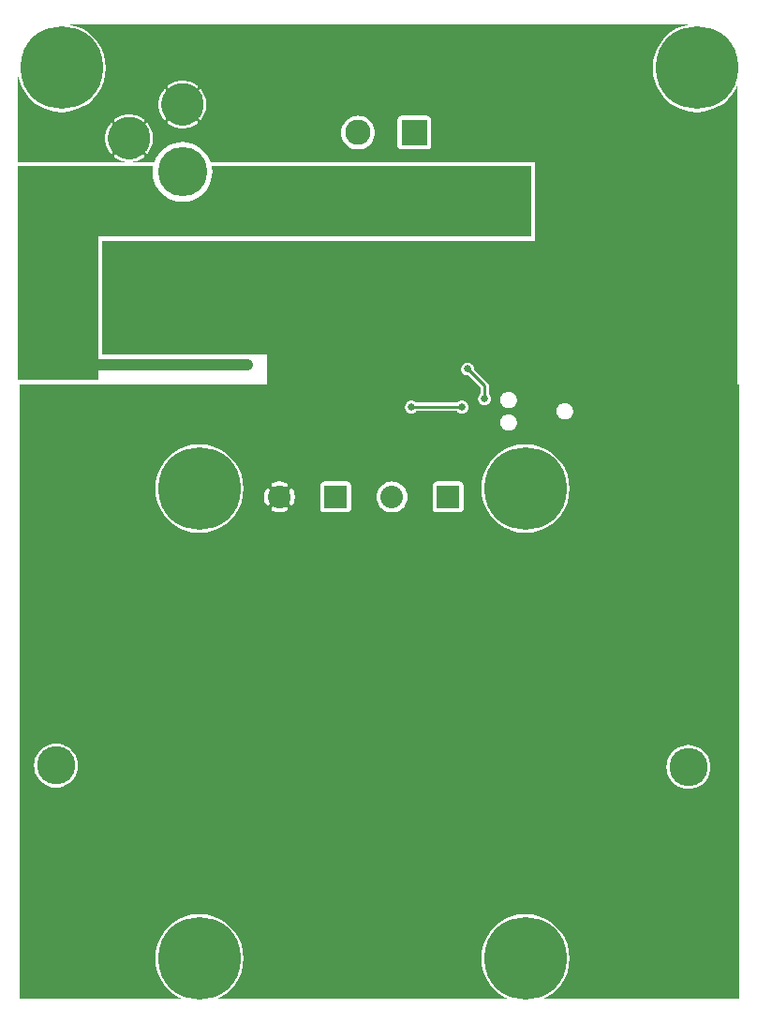
<source format=gbr>
G04 start of page 3 for group 1 idx 1 *
G04 Title: (unknown), bottom *
G04 Creator: pcb 4.0.2 *
G04 CreationDate: Mon Nov 22 04:13:10 2021 UTC *
G04 For: ndholmes *
G04 Format: Gerber/RS-274X *
G04 PCB-Dimensions (mil): 2600.00 3500.00 *
G04 PCB-Coordinate-Origin: lower left *
%MOIN*%
%FSLAX25Y25*%
%LNBOTTOM*%
%ADD50C,0.0420*%
%ADD49C,0.0550*%
%ADD48C,0.0390*%
%ADD47C,0.1285*%
%ADD46C,0.1100*%
%ADD45C,0.1250*%
%ADD44C,0.0960*%
%ADD43C,0.0120*%
%ADD42C,0.0260*%
%ADD41C,0.0800*%
%ADD40C,0.0900*%
%ADD39C,0.2937*%
%ADD38C,0.1500*%
%ADD37C,0.1750*%
%ADD36C,0.1360*%
%ADD35C,0.0100*%
%ADD34C,0.0400*%
%ADD33C,0.0001*%
G54D33*G36*
X239988Y220500D02*X258000D01*
Y2000D01*
X239988D01*
Y76677D01*
X240000Y76676D01*
X241224Y76772D01*
X242418Y77059D01*
X243552Y77529D01*
X244599Y78170D01*
X245532Y78968D01*
X246330Y79901D01*
X246971Y80948D01*
X247441Y82082D01*
X247728Y83276D01*
X247800Y84500D01*
X247728Y85724D01*
X247441Y86918D01*
X246971Y88052D01*
X246330Y89099D01*
X245532Y90032D01*
X244599Y90830D01*
X243552Y91471D01*
X242418Y91941D01*
X241224Y92228D01*
X240000Y92324D01*
X239988Y92323D01*
Y220500D01*
G37*
G36*
X195995D02*X239988D01*
Y92323D01*
X238776Y92228D01*
X237582Y91941D01*
X236448Y91471D01*
X235401Y90830D01*
X234468Y90032D01*
X233670Y89099D01*
X233029Y88052D01*
X232559Y86918D01*
X232272Y85724D01*
X232176Y84500D01*
X232272Y83276D01*
X232559Y82082D01*
X233029Y80948D01*
X233670Y79901D01*
X234468Y78968D01*
X235401Y78170D01*
X236448Y77529D01*
X237582Y77059D01*
X238776Y76772D01*
X239988Y76677D01*
Y2000D01*
X195995D01*
Y9321D01*
X196018Y9358D01*
X196962Y11638D01*
X197539Y14039D01*
X197684Y16500D01*
X197539Y18961D01*
X196962Y21362D01*
X196018Y23642D01*
X195995Y23679D01*
Y176321D01*
X196018Y176358D01*
X196962Y178638D01*
X197539Y181039D01*
X197684Y183500D01*
X197539Y185961D01*
X196962Y188362D01*
X196018Y190642D01*
X195995Y190679D01*
Y208041D01*
X196000Y208041D01*
X196463Y208077D01*
X196914Y208186D01*
X197343Y208363D01*
X197739Y208606D01*
X198092Y208908D01*
X198394Y209261D01*
X198637Y209657D01*
X198814Y210086D01*
X198923Y210537D01*
X198950Y211000D01*
X198923Y211463D01*
X198814Y211914D01*
X198637Y212343D01*
X198394Y212739D01*
X198092Y213092D01*
X197739Y213394D01*
X197343Y213637D01*
X196914Y213814D01*
X196463Y213923D01*
X196000Y213959D01*
X195995Y213959D01*
Y220500D01*
G37*
G36*
Y2000D02*X187978D01*
X189142Y2482D01*
X191247Y3772D01*
X193124Y5376D01*
X194728Y7253D01*
X195995Y9321D01*
Y2000D01*
G37*
G36*
X175995Y2011D02*X176022Y2000D01*
X175995D01*
Y2011D01*
G37*
G36*
Y169011D02*X177138Y168538D01*
X179539Y167961D01*
X182000Y167768D01*
X184461Y167961D01*
X186862Y168538D01*
X189142Y169482D01*
X191247Y170772D01*
X193124Y172376D01*
X194728Y174253D01*
X195995Y176321D01*
Y23679D01*
X194728Y25747D01*
X193124Y27624D01*
X191247Y29228D01*
X189142Y30518D01*
X186862Y31462D01*
X184461Y32039D01*
X182000Y32232D01*
X179539Y32039D01*
X177138Y31462D01*
X175995Y30989D01*
Y169011D01*
G37*
G36*
Y220500D02*X195995D01*
Y213959D01*
X195537Y213923D01*
X195086Y213814D01*
X194657Y213637D01*
X194261Y213394D01*
X193908Y213092D01*
X193606Y212739D01*
X193363Y212343D01*
X193186Y211914D01*
X193077Y211463D01*
X193041Y211000D01*
X193077Y210537D01*
X193186Y210086D01*
X193363Y209657D01*
X193606Y209261D01*
X193908Y208908D01*
X194261Y208606D01*
X194657Y208363D01*
X195086Y208186D01*
X195537Y208077D01*
X195995Y208041D01*
Y190679D01*
X194728Y192747D01*
X193124Y194624D01*
X191247Y196228D01*
X189142Y197518D01*
X186862Y198462D01*
X184461Y199039D01*
X182000Y199232D01*
X179539Y199039D01*
X177138Y198462D01*
X175995Y197989D01*
Y204041D01*
X176000Y204041D01*
X176463Y204077D01*
X176914Y204186D01*
X177343Y204363D01*
X177739Y204606D01*
X178092Y204908D01*
X178394Y205261D01*
X178637Y205657D01*
X178814Y206086D01*
X178923Y206537D01*
X178950Y207000D01*
X178923Y207463D01*
X178814Y207914D01*
X178637Y208343D01*
X178394Y208739D01*
X178092Y209092D01*
X177739Y209394D01*
X177343Y209637D01*
X176914Y209814D01*
X176463Y209923D01*
X176000Y209959D01*
X175995Y209959D01*
Y212041D01*
X176000Y212041D01*
X176463Y212077D01*
X176914Y212186D01*
X177343Y212363D01*
X177739Y212606D01*
X178092Y212908D01*
X178394Y213261D01*
X178637Y213657D01*
X178814Y214086D01*
X178923Y214537D01*
X178950Y215000D01*
X178923Y215463D01*
X178814Y215914D01*
X178637Y216343D01*
X178394Y216739D01*
X178092Y217092D01*
X177739Y217394D01*
X177343Y217637D01*
X176914Y217814D01*
X176463Y217923D01*
X176000Y217959D01*
X175995Y217959D01*
Y220500D01*
G37*
G36*
X150496D02*X164879D01*
X166000Y219379D01*
Y217244D01*
X165869Y217131D01*
X165634Y216856D01*
X165444Y216547D01*
X165306Y216213D01*
X165221Y215861D01*
X165193Y215500D01*
X165221Y215139D01*
X165306Y214787D01*
X165444Y214453D01*
X165634Y214144D01*
X165869Y213869D01*
X166144Y213634D01*
X166453Y213444D01*
X166787Y213306D01*
X167139Y213221D01*
X167500Y213193D01*
X167861Y213221D01*
X168213Y213306D01*
X168547Y213444D01*
X168856Y213634D01*
X169131Y213869D01*
X169366Y214144D01*
X169556Y214453D01*
X169694Y214787D01*
X169779Y215139D01*
X169800Y215500D01*
X169779Y215861D01*
X169694Y216213D01*
X169556Y216547D01*
X169366Y216856D01*
X169131Y217131D01*
X169000Y217244D01*
Y219941D01*
X169005Y220000D01*
X168986Y220235D01*
X168931Y220465D01*
X168916Y220500D01*
X175995D01*
Y217959D01*
X175537Y217923D01*
X175086Y217814D01*
X174657Y217637D01*
X174261Y217394D01*
X173908Y217092D01*
X173606Y216739D01*
X173363Y216343D01*
X173186Y215914D01*
X173077Y215463D01*
X173041Y215000D01*
X173077Y214537D01*
X173186Y214086D01*
X173363Y213657D01*
X173606Y213261D01*
X173908Y212908D01*
X174261Y212606D01*
X174657Y212363D01*
X175086Y212186D01*
X175537Y212077D01*
X175995Y212041D01*
Y209959D01*
X175537Y209923D01*
X175086Y209814D01*
X174657Y209637D01*
X174261Y209394D01*
X173908Y209092D01*
X173606Y208739D01*
X173363Y208343D01*
X173186Y207914D01*
X173077Y207463D01*
X173041Y207000D01*
X173077Y206537D01*
X173186Y206086D01*
X173363Y205657D01*
X173606Y205261D01*
X173908Y204908D01*
X174261Y204606D01*
X174657Y204363D01*
X175086Y204186D01*
X175537Y204077D01*
X175995Y204041D01*
Y197989D01*
X174858Y197518D01*
X172753Y196228D01*
X170876Y194624D01*
X169272Y192747D01*
X167982Y190642D01*
X167038Y188362D01*
X166461Y185961D01*
X166268Y183500D01*
X166461Y181039D01*
X167038Y178638D01*
X167982Y176358D01*
X169272Y174253D01*
X170876Y172376D01*
X172753Y170772D01*
X174858Y169482D01*
X175995Y169011D01*
Y30989D01*
X174858Y30518D01*
X172753Y29228D01*
X170876Y27624D01*
X169272Y25747D01*
X167982Y23642D01*
X167038Y21362D01*
X166461Y18961D01*
X166268Y16500D01*
X166461Y14039D01*
X167038Y11638D01*
X167982Y9358D01*
X169272Y7253D01*
X170876Y5376D01*
X172753Y3772D01*
X174858Y2482D01*
X175995Y2011D01*
Y2000D01*
X150496D01*
Y175000D01*
X150500Y175000D01*
X158735Y175014D01*
X158965Y175069D01*
X159183Y175159D01*
X159384Y175283D01*
X159564Y175436D01*
X159717Y175616D01*
X159841Y175817D01*
X159931Y176035D01*
X159986Y176265D01*
X160000Y176500D01*
X159986Y184735D01*
X159931Y184965D01*
X159841Y185183D01*
X159717Y185384D01*
X159564Y185564D01*
X159384Y185717D01*
X159183Y185841D01*
X158965Y185931D01*
X158735Y185986D01*
X158500Y186000D01*
X150496Y185986D01*
Y211000D01*
X157756D01*
X157869Y210869D01*
X158144Y210634D01*
X158453Y210444D01*
X158787Y210306D01*
X159139Y210221D01*
X159500Y210193D01*
X159861Y210221D01*
X160213Y210306D01*
X160547Y210444D01*
X160856Y210634D01*
X161131Y210869D01*
X161366Y211144D01*
X161556Y211453D01*
X161694Y211787D01*
X161779Y212139D01*
X161800Y212500D01*
X161779Y212861D01*
X161694Y213213D01*
X161556Y213547D01*
X161366Y213856D01*
X161131Y214131D01*
X160856Y214366D01*
X160547Y214556D01*
X160213Y214694D01*
X159861Y214779D01*
X159500Y214807D01*
X159139Y214779D01*
X158787Y214694D01*
X158453Y214556D01*
X158144Y214366D01*
X157869Y214131D01*
X157756Y214000D01*
X150496D01*
Y220500D01*
G37*
G36*
X134492D02*X150496D01*
Y214000D01*
X143244D01*
X143131Y214131D01*
X142856Y214366D01*
X142547Y214556D01*
X142213Y214694D01*
X141861Y214779D01*
X141500Y214807D01*
X141139Y214779D01*
X140787Y214694D01*
X140453Y214556D01*
X140144Y214366D01*
X139869Y214131D01*
X139634Y213856D01*
X139444Y213547D01*
X139306Y213213D01*
X139221Y212861D01*
X139193Y212500D01*
X139221Y212139D01*
X139306Y211787D01*
X139444Y211453D01*
X139634Y211144D01*
X139869Y210869D01*
X140144Y210634D01*
X140453Y210444D01*
X140787Y210306D01*
X141139Y210221D01*
X141500Y210193D01*
X141861Y210221D01*
X142213Y210306D01*
X142547Y210444D01*
X142856Y210634D01*
X143131Y210869D01*
X143244Y211000D01*
X150496D01*
Y185986D01*
X150265Y185986D01*
X150035Y185931D01*
X149817Y185841D01*
X149616Y185717D01*
X149436Y185564D01*
X149283Y185384D01*
X149159Y185183D01*
X149069Y184965D01*
X149014Y184735D01*
X149000Y184500D01*
X149014Y176265D01*
X149069Y176035D01*
X149159Y175817D01*
X149283Y175616D01*
X149436Y175436D01*
X149616Y175283D01*
X149817Y175159D01*
X150035Y175069D01*
X150265Y175014D01*
X150496Y175000D01*
Y2000D01*
X134492D01*
Y174984D01*
X134500Y174983D01*
X135363Y175051D01*
X136205Y175253D01*
X137005Y175584D01*
X137743Y176037D01*
X138401Y176599D01*
X138963Y177257D01*
X139416Y177995D01*
X139747Y178795D01*
X139949Y179637D01*
X140000Y180500D01*
X139949Y181363D01*
X139747Y182205D01*
X139416Y183005D01*
X138963Y183743D01*
X138401Y184401D01*
X137743Y184963D01*
X137005Y185416D01*
X136205Y185747D01*
X135363Y185949D01*
X134500Y186017D01*
X134492Y186016D01*
Y220500D01*
G37*
G36*
X114500D02*X134492D01*
Y186016D01*
X133637Y185949D01*
X132795Y185747D01*
X131995Y185416D01*
X131257Y184963D01*
X130599Y184401D01*
X130037Y183743D01*
X129584Y183005D01*
X129253Y182205D01*
X129051Y181363D01*
X128983Y180500D01*
X129051Y179637D01*
X129253Y178795D01*
X129584Y177995D01*
X130037Y177257D01*
X130599Y176599D01*
X131257Y176037D01*
X131995Y175584D01*
X132795Y175253D01*
X133637Y175051D01*
X134492Y174984D01*
Y2000D01*
X114500D01*
Y175007D01*
X118735Y175014D01*
X118965Y175069D01*
X119183Y175159D01*
X119384Y175283D01*
X119564Y175436D01*
X119717Y175616D01*
X119841Y175817D01*
X119931Y176035D01*
X119986Y176265D01*
X120000Y176500D01*
X119986Y184735D01*
X119931Y184965D01*
X119841Y185183D01*
X119717Y185384D01*
X119564Y185564D01*
X119384Y185717D01*
X119183Y185841D01*
X118965Y185931D01*
X118735Y185986D01*
X118500Y186000D01*
X114500Y185993D01*
Y220500D01*
G37*
G36*
X98993D02*X114500D01*
Y185993D01*
X110265Y185986D01*
X110035Y185931D01*
X109817Y185841D01*
X109616Y185717D01*
X109436Y185564D01*
X109283Y185384D01*
X109159Y185183D01*
X109069Y184965D01*
X109014Y184735D01*
X109000Y184500D01*
X109014Y176265D01*
X109069Y176035D01*
X109159Y175817D01*
X109283Y175616D01*
X109436Y175436D01*
X109616Y175283D01*
X109817Y175159D01*
X110035Y175069D01*
X110265Y175014D01*
X110500Y175000D01*
X114500Y175007D01*
Y2000D01*
X98993D01*
Y177645D01*
X99078Y177681D01*
X99179Y177743D01*
X99269Y177819D01*
X99345Y177909D01*
X99405Y178011D01*
X99622Y178480D01*
X99789Y178969D01*
X99909Y179472D01*
X99982Y179984D01*
X100006Y180500D01*
X99982Y181016D01*
X99909Y181528D01*
X99789Y182031D01*
X99622Y182520D01*
X99410Y182992D01*
X99349Y183093D01*
X99272Y183184D01*
X99182Y183261D01*
X99080Y183323D01*
X98993Y183360D01*
Y220500D01*
G37*
G36*
X94502D02*X98993D01*
Y183360D01*
X98971Y183369D01*
X98855Y183397D01*
X98737Y183406D01*
X98619Y183397D01*
X98503Y183370D01*
X98393Y183324D01*
X98292Y183262D01*
X98202Y183186D01*
X98124Y183095D01*
X98062Y182994D01*
X98016Y182885D01*
X97989Y182769D01*
X97979Y182651D01*
X97988Y182532D01*
X98016Y182417D01*
X98063Y182308D01*
X98221Y181968D01*
X98342Y181612D01*
X98430Y181247D01*
X98482Y180875D01*
X98500Y180500D01*
X98482Y180125D01*
X98430Y179753D01*
X98342Y179388D01*
X98221Y179032D01*
X98067Y178690D01*
X98020Y178582D01*
X97993Y178467D01*
X97983Y178349D01*
X97993Y178232D01*
X98021Y178117D01*
X98066Y178008D01*
X98128Y177907D01*
X98205Y177818D01*
X98295Y177741D01*
X98395Y177680D01*
X98504Y177635D01*
X98619Y177607D01*
X98737Y177598D01*
X98855Y177608D01*
X98969Y177635D01*
X98993Y177645D01*
Y2000D01*
X94502D01*
Y174994D01*
X95016Y175018D01*
X95528Y175091D01*
X96031Y175211D01*
X96520Y175378D01*
X96992Y175590D01*
X97093Y175651D01*
X97184Y175728D01*
X97261Y175818D01*
X97323Y175920D01*
X97369Y176029D01*
X97397Y176145D01*
X97406Y176263D01*
X97397Y176381D01*
X97370Y176497D01*
X97324Y176607D01*
X97262Y176708D01*
X97186Y176798D01*
X97095Y176876D01*
X96994Y176938D01*
X96885Y176984D01*
X96769Y177011D01*
X96651Y177021D01*
X96532Y177012D01*
X96417Y176984D01*
X96308Y176937D01*
X95968Y176779D01*
X95612Y176658D01*
X95247Y176570D01*
X94875Y176518D01*
X94502Y176500D01*
Y184500D01*
X94875Y184482D01*
X95247Y184430D01*
X95612Y184342D01*
X95968Y184221D01*
X96310Y184067D01*
X96418Y184020D01*
X96533Y183993D01*
X96651Y183983D01*
X96768Y183993D01*
X96883Y184021D01*
X96992Y184066D01*
X97093Y184128D01*
X97182Y184205D01*
X97259Y184295D01*
X97320Y184395D01*
X97365Y184504D01*
X97393Y184619D01*
X97402Y184737D01*
X97392Y184855D01*
X97365Y184969D01*
X97319Y185078D01*
X97257Y185179D01*
X97181Y185269D01*
X97091Y185345D01*
X96989Y185405D01*
X96520Y185622D01*
X96031Y185789D01*
X95528Y185909D01*
X95016Y185982D01*
X94502Y186006D01*
Y220500D01*
G37*
G36*
X90007D02*X94502D01*
Y186006D01*
X94500Y186006D01*
X93984Y185982D01*
X93472Y185909D01*
X92969Y185789D01*
X92480Y185622D01*
X92008Y185410D01*
X91907Y185349D01*
X91816Y185272D01*
X91739Y185182D01*
X91677Y185080D01*
X91631Y184971D01*
X91603Y184855D01*
X91594Y184737D01*
X91603Y184619D01*
X91630Y184503D01*
X91676Y184393D01*
X91738Y184292D01*
X91814Y184202D01*
X91905Y184124D01*
X92006Y184062D01*
X92115Y184016D01*
X92231Y183989D01*
X92349Y183979D01*
X92468Y183988D01*
X92583Y184016D01*
X92692Y184063D01*
X93032Y184221D01*
X93388Y184342D01*
X93753Y184430D01*
X94125Y184482D01*
X94500Y184500D01*
X94502Y184500D01*
Y176500D01*
X94500Y176500D01*
X94125Y176518D01*
X93753Y176570D01*
X93388Y176658D01*
X93032Y176779D01*
X92690Y176933D01*
X92582Y176980D01*
X92467Y177007D01*
X92349Y177017D01*
X92232Y177007D01*
X92117Y176979D01*
X92008Y176934D01*
X91907Y176872D01*
X91818Y176795D01*
X91741Y176705D01*
X91680Y176605D01*
X91635Y176496D01*
X91607Y176381D01*
X91598Y176263D01*
X91608Y176145D01*
X91635Y176031D01*
X91681Y175922D01*
X91743Y175821D01*
X91819Y175731D01*
X91909Y175655D01*
X92011Y175595D01*
X92480Y175378D01*
X92969Y175211D01*
X93472Y175091D01*
X93984Y175018D01*
X94500Y174994D01*
X94502Y174994D01*
Y2000D01*
X90007D01*
Y177640D01*
X90029Y177631D01*
X90145Y177603D01*
X90263Y177594D01*
X90381Y177603D01*
X90497Y177630D01*
X90607Y177676D01*
X90708Y177738D01*
X90798Y177814D01*
X90876Y177905D01*
X90938Y178006D01*
X90984Y178115D01*
X91011Y178231D01*
X91021Y178349D01*
X91012Y178468D01*
X90984Y178583D01*
X90937Y178692D01*
X90779Y179032D01*
X90658Y179388D01*
X90570Y179753D01*
X90518Y180125D01*
X90500Y180500D01*
X90518Y180875D01*
X90570Y181247D01*
X90658Y181612D01*
X90779Y181968D01*
X90933Y182310D01*
X90980Y182418D01*
X91007Y182533D01*
X91017Y182651D01*
X91007Y182768D01*
X90979Y182883D01*
X90934Y182992D01*
X90872Y183093D01*
X90795Y183182D01*
X90705Y183259D01*
X90605Y183320D01*
X90496Y183365D01*
X90381Y183393D01*
X90263Y183402D01*
X90145Y183392D01*
X90031Y183365D01*
X90007Y183355D01*
Y220500D01*
G37*
G36*
X65976D02*X90007D01*
Y183355D01*
X89922Y183319D01*
X89821Y183257D01*
X89731Y183181D01*
X89655Y183091D01*
X89595Y182989D01*
X89378Y182520D01*
X89211Y182031D01*
X89091Y181528D01*
X89018Y181016D01*
X88994Y180500D01*
X89018Y179984D01*
X89091Y179472D01*
X89211Y178969D01*
X89378Y178480D01*
X89590Y178008D01*
X89651Y177907D01*
X89728Y177816D01*
X89818Y177739D01*
X89920Y177677D01*
X90007Y177640D01*
Y2000D01*
X71978D01*
X73142Y2482D01*
X75247Y3772D01*
X77124Y5376D01*
X78728Y7253D01*
X80018Y9358D01*
X80962Y11638D01*
X81539Y14039D01*
X81684Y16500D01*
X81539Y18961D01*
X80962Y21362D01*
X80018Y23642D01*
X78728Y25747D01*
X77124Y27624D01*
X75247Y29228D01*
X73142Y30518D01*
X70862Y31462D01*
X68461Y32039D01*
X66000Y32232D01*
X65976Y32230D01*
Y167770D01*
X66000Y167768D01*
X68461Y167961D01*
X70862Y168538D01*
X73142Y169482D01*
X75247Y170772D01*
X77124Y172376D01*
X78728Y174253D01*
X80018Y176358D01*
X80962Y178638D01*
X81539Y181039D01*
X81684Y183500D01*
X81539Y185961D01*
X80962Y188362D01*
X80018Y190642D01*
X78728Y192747D01*
X77124Y194624D01*
X75247Y196228D01*
X73142Y197518D01*
X70862Y198462D01*
X68461Y199039D01*
X66000Y199232D01*
X65976Y199230D01*
Y220500D01*
G37*
G36*
X14988D02*X65976D01*
Y199230D01*
X63539Y199039D01*
X61138Y198462D01*
X58858Y197518D01*
X56753Y196228D01*
X54876Y194624D01*
X53272Y192747D01*
X51982Y190642D01*
X51038Y188362D01*
X50461Y185961D01*
X50268Y183500D01*
X50461Y181039D01*
X51038Y178638D01*
X51982Y176358D01*
X53272Y174253D01*
X54876Y172376D01*
X56753Y170772D01*
X58858Y169482D01*
X61138Y168538D01*
X63539Y167961D01*
X65976Y167770D01*
Y32230D01*
X63539Y32039D01*
X61138Y31462D01*
X58858Y30518D01*
X56753Y29228D01*
X54876Y27624D01*
X53272Y25747D01*
X51982Y23642D01*
X51038Y21362D01*
X50461Y18961D01*
X50268Y16500D01*
X50461Y14039D01*
X51038Y11638D01*
X51982Y9358D01*
X53272Y7253D01*
X54876Y5376D01*
X56753Y3772D01*
X58858Y2482D01*
X60022Y2000D01*
X14988D01*
Y77177D01*
X15000Y77176D01*
X16224Y77272D01*
X17418Y77559D01*
X18552Y78029D01*
X19599Y78670D01*
X20532Y79468D01*
X21330Y80401D01*
X21971Y81448D01*
X22441Y82582D01*
X22728Y83776D01*
X22800Y85000D01*
X22728Y86224D01*
X22441Y87418D01*
X21971Y88552D01*
X21330Y89599D01*
X20532Y90532D01*
X19599Y91330D01*
X18552Y91971D01*
X17418Y92441D01*
X16224Y92728D01*
X15000Y92824D01*
X14988Y92823D01*
Y220500D01*
G37*
G36*
X2000D02*X14988D01*
Y92823D01*
X13776Y92728D01*
X12582Y92441D01*
X11448Y91971D01*
X10401Y91330D01*
X9468Y90532D01*
X8670Y89599D01*
X8029Y88552D01*
X7559Y87418D01*
X7272Y86224D01*
X7176Y85000D01*
X7272Y83776D01*
X7559Y82582D01*
X8029Y81448D01*
X8670Y80401D01*
X9468Y79468D01*
X10401Y78670D01*
X11448Y78029D01*
X12582Y77559D01*
X13776Y77272D01*
X14988Y77177D01*
Y2000D01*
X2000D01*
Y220500D01*
G37*
G36*
X184000Y273000D02*X1500D01*
Y298000D01*
X49528D01*
X49449Y297671D01*
X49317Y296000D01*
X49449Y294329D01*
X49840Y292699D01*
X50482Y291150D01*
X51357Y289721D01*
X52446Y288446D01*
X53721Y287357D01*
X55150Y286482D01*
X56699Y285840D01*
X58329Y285449D01*
X60000Y285317D01*
X61671Y285449D01*
X63301Y285840D01*
X64850Y286482D01*
X66279Y287357D01*
X67554Y288446D01*
X68643Y289721D01*
X69518Y291150D01*
X70160Y292699D01*
X70551Y294329D01*
X70650Y296000D01*
X70551Y297671D01*
X70472Y298000D01*
X184000D01*
Y273000D01*
G37*
G36*
X1500Y298000D02*X30000D01*
Y222000D01*
X1500D01*
Y298000D01*
G37*
G36*
X31500Y271500D02*X238500D01*
Y251500D01*
X31500D01*
Y271500D01*
G37*
G36*
X67155Y322245D02*X67319Y321638D01*
X67435Y320988D01*
X67493Y320330D01*
Y319670D01*
X67435Y319012D01*
X67319Y318362D01*
X67155Y317755D01*
Y322245D01*
G37*
G36*
X142500Y348500D02*X240378D01*
X238138Y347962D01*
X235858Y347018D01*
X233753Y345728D01*
X231876Y344124D01*
X230272Y342247D01*
X228982Y340142D01*
X228038Y337862D01*
X227461Y335461D01*
X227268Y333000D01*
X227461Y330539D01*
X228038Y328138D01*
X228982Y325858D01*
X230272Y323753D01*
X231876Y321876D01*
X233753Y320272D01*
X235858Y318982D01*
X238138Y318038D01*
X240539Y317461D01*
X243000Y317268D01*
X245461Y317461D01*
X247862Y318038D01*
X250142Y318982D01*
X252247Y320272D01*
X254124Y321876D01*
X255728Y323753D01*
X257018Y325858D01*
X257500Y327022D01*
Y299500D01*
X142500D01*
Y304007D01*
X147235Y304014D01*
X147465Y304069D01*
X147683Y304159D01*
X147884Y304283D01*
X148064Y304436D01*
X148217Y304616D01*
X148341Y304817D01*
X148431Y305035D01*
X148486Y305265D01*
X148500Y305500D01*
X148486Y314735D01*
X148431Y314965D01*
X148341Y315183D01*
X148217Y315384D01*
X148064Y315564D01*
X147884Y315717D01*
X147683Y315841D01*
X147465Y315931D01*
X147235Y315986D01*
X147000Y316000D01*
X142500Y315993D01*
Y348500D01*
G37*
G36*
X122491D02*X142500D01*
Y315993D01*
X137765Y315986D01*
X137535Y315931D01*
X137317Y315841D01*
X137116Y315717D01*
X136936Y315564D01*
X136783Y315384D01*
X136659Y315183D01*
X136569Y314965D01*
X136514Y314735D01*
X136500Y314500D01*
X136514Y305265D01*
X136569Y305035D01*
X136659Y304817D01*
X136783Y304616D01*
X136936Y304436D01*
X137116Y304283D01*
X137317Y304159D01*
X137535Y304069D01*
X137765Y304014D01*
X138000Y304000D01*
X142500Y304007D01*
Y299500D01*
X122491D01*
Y303982D01*
X122500Y303981D01*
X123442Y304056D01*
X124360Y304276D01*
X125232Y304637D01*
X126038Y305131D01*
X126756Y305744D01*
X127369Y306462D01*
X127863Y307268D01*
X128224Y308140D01*
X128444Y309058D01*
X128500Y310000D01*
X128444Y310942D01*
X128224Y311860D01*
X127863Y312732D01*
X127369Y313538D01*
X126756Y314256D01*
X126038Y314869D01*
X125232Y315363D01*
X124360Y315724D01*
X123442Y315944D01*
X122500Y316019D01*
X122491Y316018D01*
Y348500D01*
G37*
G36*
X67155D02*X122491D01*
Y316018D01*
X121558Y315944D01*
X120640Y315724D01*
X119768Y315363D01*
X118962Y314869D01*
X118244Y314256D01*
X117631Y313538D01*
X117137Y312732D01*
X116776Y311860D01*
X116556Y310942D01*
X116481Y310000D01*
X116556Y309058D01*
X116776Y308140D01*
X117137Y307268D01*
X117631Y306462D01*
X118244Y305744D01*
X118962Y305131D01*
X119768Y304637D01*
X120640Y304276D01*
X121558Y304056D01*
X122491Y303982D01*
Y299500D01*
X70078D01*
X69518Y300850D01*
X68643Y302279D01*
X67554Y303554D01*
X67155Y303895D01*
Y315396D01*
X67530Y316039D01*
X67849Y316716D01*
X68107Y317419D01*
X68303Y318142D01*
X68434Y318880D01*
X68500Y319626D01*
Y320374D01*
X68434Y321121D01*
X68303Y321858D01*
X68107Y322581D01*
X67849Y323284D01*
X67530Y323961D01*
X67155Y324604D01*
Y348500D01*
G37*
G36*
X60004D02*X67155D01*
Y324604D01*
X67152Y324608D01*
X66719Y325219D01*
X66666Y325279D01*
X66604Y325328D01*
X66534Y325368D01*
X66460Y325396D01*
X66381Y325412D01*
X66302Y325416D01*
X66222Y325407D01*
X66145Y325386D01*
X66073Y325353D01*
X66006Y325309D01*
X65947Y325256D01*
X65897Y325193D01*
X65857Y325124D01*
X65829Y325049D01*
X65813Y324971D01*
X65809Y324891D01*
X65818Y324812D01*
X65839Y324735D01*
X65872Y324662D01*
X65917Y324596D01*
X66305Y324062D01*
X66638Y323492D01*
X66919Y322895D01*
X67147Y322275D01*
X67155Y322245D01*
Y317755D01*
X67147Y317725D01*
X66919Y317105D01*
X66638Y316508D01*
X66305Y315938D01*
X65923Y315399D01*
X65879Y315334D01*
X65846Y315263D01*
X65825Y315187D01*
X65817Y315109D01*
X65820Y315030D01*
X65836Y314953D01*
X65864Y314879D01*
X65903Y314811D01*
X65952Y314749D01*
X66010Y314696D01*
X66076Y314653D01*
X66148Y314621D01*
X66224Y314600D01*
X66302Y314591D01*
X66381Y314595D01*
X66458Y314611D01*
X66531Y314639D01*
X66600Y314678D01*
X66661Y314727D01*
X66713Y314786D01*
X67152Y315392D01*
X67155Y315396D01*
Y303895D01*
X66279Y304643D01*
X64850Y305518D01*
X63301Y306160D01*
X61671Y306551D01*
X60004Y306683D01*
Y311500D01*
X60374D01*
X61121Y311566D01*
X61858Y311697D01*
X62581Y311893D01*
X63284Y312151D01*
X63961Y312470D01*
X64608Y312848D01*
X65219Y313281D01*
X65279Y313334D01*
X65328Y313396D01*
X65368Y313466D01*
X65396Y313540D01*
X65412Y313619D01*
X65416Y313698D01*
X65407Y313778D01*
X65386Y313855D01*
X65353Y313927D01*
X65309Y313994D01*
X65256Y314053D01*
X65193Y314103D01*
X65124Y314143D01*
X65049Y314171D01*
X64971Y314187D01*
X64891Y314191D01*
X64812Y314182D01*
X64735Y314161D01*
X64662Y314128D01*
X64596Y314083D01*
X64062Y313695D01*
X63492Y313362D01*
X62895Y313081D01*
X62275Y312853D01*
X61638Y312681D01*
X60988Y312565D01*
X60330Y312507D01*
X60004D01*
Y327493D01*
X60330D01*
X60988Y327435D01*
X61638Y327319D01*
X62275Y327147D01*
X62895Y326919D01*
X63492Y326638D01*
X64062Y326305D01*
X64601Y325923D01*
X64666Y325879D01*
X64737Y325846D01*
X64813Y325825D01*
X64891Y325817D01*
X64970Y325820D01*
X65047Y325836D01*
X65121Y325864D01*
X65189Y325903D01*
X65251Y325952D01*
X65304Y326010D01*
X65347Y326076D01*
X65379Y326148D01*
X65400Y326224D01*
X65409Y326302D01*
X65405Y326381D01*
X65389Y326458D01*
X65361Y326531D01*
X65322Y326600D01*
X65273Y326661D01*
X65214Y326713D01*
X64608Y327152D01*
X63961Y327530D01*
X63284Y327849D01*
X62581Y328107D01*
X61858Y328303D01*
X61121Y328434D01*
X60374Y328500D01*
X60004D01*
Y348500D01*
G37*
G36*
X52845D02*X60004D01*
Y328500D01*
X59626D01*
X58879Y328434D01*
X58142Y328303D01*
X57419Y328107D01*
X56716Y327849D01*
X56039Y327530D01*
X55392Y327152D01*
X54781Y326719D01*
X54721Y326666D01*
X54672Y326604D01*
X54632Y326534D01*
X54604Y326460D01*
X54588Y326381D01*
X54584Y326302D01*
X54593Y326222D01*
X54614Y326145D01*
X54647Y326073D01*
X54691Y326006D01*
X54744Y325947D01*
X54807Y325897D01*
X54876Y325857D01*
X54951Y325829D01*
X55029Y325813D01*
X55109Y325809D01*
X55188Y325818D01*
X55265Y325839D01*
X55338Y325872D01*
X55404Y325917D01*
X55938Y326305D01*
X56508Y326638D01*
X57105Y326919D01*
X57725Y327147D01*
X58362Y327319D01*
X59012Y327435D01*
X59670Y327493D01*
X60004D01*
Y312507D01*
X59670D01*
X59012Y312565D01*
X58362Y312681D01*
X57725Y312853D01*
X57105Y313081D01*
X56508Y313362D01*
X55938Y313695D01*
X55399Y314077D01*
X55334Y314121D01*
X55263Y314154D01*
X55187Y314175D01*
X55109Y314183D01*
X55030Y314180D01*
X54953Y314164D01*
X54879Y314136D01*
X54811Y314097D01*
X54749Y314048D01*
X54696Y313990D01*
X54653Y313924D01*
X54621Y313852D01*
X54600Y313776D01*
X54591Y313698D01*
X54595Y313619D01*
X54611Y313542D01*
X54639Y313469D01*
X54678Y313400D01*
X54727Y313339D01*
X54786Y313287D01*
X55392Y312848D01*
X56039Y312470D01*
X56716Y312151D01*
X57419Y311893D01*
X58142Y311697D01*
X58879Y311566D01*
X59626Y311500D01*
X60004D01*
Y306683D01*
X60000Y306683D01*
X58329Y306551D01*
X56699Y306160D01*
X55150Y305518D01*
X53721Y304643D01*
X52845Y303895D01*
Y315396D01*
X52848Y315392D01*
X53281Y314781D01*
X53334Y314721D01*
X53396Y314672D01*
X53466Y314632D01*
X53540Y314604D01*
X53619Y314588D01*
X53698Y314584D01*
X53778Y314593D01*
X53855Y314614D01*
X53927Y314647D01*
X53994Y314691D01*
X54053Y314744D01*
X54103Y314807D01*
X54143Y314876D01*
X54171Y314951D01*
X54187Y315029D01*
X54191Y315109D01*
X54182Y315188D01*
X54161Y315265D01*
X54128Y315338D01*
X54083Y315404D01*
X53695Y315938D01*
X53362Y316508D01*
X53081Y317105D01*
X52853Y317725D01*
X52845Y317755D01*
Y322245D01*
X52853Y322275D01*
X53081Y322895D01*
X53362Y323492D01*
X53695Y324062D01*
X54077Y324601D01*
X54121Y324666D01*
X54154Y324737D01*
X54175Y324813D01*
X54183Y324891D01*
X54180Y324970D01*
X54164Y325047D01*
X54136Y325121D01*
X54097Y325189D01*
X54048Y325251D01*
X53990Y325304D01*
X53924Y325347D01*
X53852Y325379D01*
X53776Y325400D01*
X53698Y325409D01*
X53619Y325405D01*
X53542Y325389D01*
X53469Y325361D01*
X53400Y325322D01*
X53339Y325273D01*
X53287Y325214D01*
X52848Y324608D01*
X52845Y324604D01*
Y348500D01*
G37*
G36*
Y317755D02*X52681Y318362D01*
X52565Y319012D01*
X52507Y319670D01*
Y320330D01*
X52565Y320988D01*
X52681Y321638D01*
X52845Y322245D01*
Y317755D01*
G37*
G36*
X48155Y310245D02*X48319Y309638D01*
X48435Y308988D01*
X48493Y308330D01*
Y307670D01*
X48435Y307012D01*
X48319Y306362D01*
X48155Y305755D01*
Y310245D01*
G37*
G36*
Y348500D02*X52845D01*
Y324604D01*
X52470Y323961D01*
X52151Y323284D01*
X51893Y322581D01*
X51697Y321858D01*
X51566Y321121D01*
X51500Y320374D01*
Y319626D01*
X51566Y318880D01*
X51697Y318142D01*
X51893Y317419D01*
X52151Y316716D01*
X52470Y316039D01*
X52845Y315396D01*
Y303895D01*
X52446Y303554D01*
X51357Y302279D01*
X50482Y300850D01*
X49922Y299500D01*
X48155D01*
Y303396D01*
X48530Y304039D01*
X48849Y304716D01*
X49107Y305419D01*
X49303Y306142D01*
X49434Y306880D01*
X49500Y307626D01*
Y308374D01*
X49434Y309121D01*
X49303Y309858D01*
X49107Y310581D01*
X48849Y311284D01*
X48530Y311961D01*
X48155Y312604D01*
Y348500D01*
G37*
G36*
X41004D02*X48155D01*
Y312604D01*
X48152Y312608D01*
X47719Y313219D01*
X47666Y313279D01*
X47604Y313328D01*
X47534Y313368D01*
X47460Y313396D01*
X47381Y313412D01*
X47302Y313416D01*
X47222Y313407D01*
X47145Y313386D01*
X47073Y313353D01*
X47006Y313309D01*
X46947Y313256D01*
X46897Y313193D01*
X46857Y313124D01*
X46829Y313049D01*
X46813Y312971D01*
X46809Y312891D01*
X46818Y312812D01*
X46839Y312735D01*
X46872Y312662D01*
X46917Y312596D01*
X47305Y312062D01*
X47638Y311492D01*
X47919Y310895D01*
X48147Y310275D01*
X48155Y310245D01*
Y305755D01*
X48147Y305725D01*
X47919Y305105D01*
X47638Y304508D01*
X47305Y303938D01*
X46923Y303399D01*
X46879Y303334D01*
X46846Y303263D01*
X46825Y303187D01*
X46817Y303109D01*
X46820Y303030D01*
X46836Y302953D01*
X46864Y302879D01*
X46903Y302811D01*
X46952Y302749D01*
X47010Y302696D01*
X47076Y302653D01*
X47148Y302621D01*
X47224Y302600D01*
X47302Y302591D01*
X47381Y302595D01*
X47458Y302611D01*
X47531Y302639D01*
X47600Y302678D01*
X47661Y302727D01*
X47713Y302786D01*
X48152Y303392D01*
X48155Y303396D01*
Y299500D01*
X41004D01*
Y299500D01*
X41374D01*
X42120Y299566D01*
X42858Y299697D01*
X43581Y299893D01*
X44284Y300151D01*
X44961Y300470D01*
X45608Y300848D01*
X46219Y301281D01*
X46279Y301334D01*
X46328Y301396D01*
X46368Y301466D01*
X46396Y301540D01*
X46412Y301619D01*
X46416Y301698D01*
X46407Y301778D01*
X46386Y301855D01*
X46353Y301927D01*
X46309Y301994D01*
X46256Y302053D01*
X46193Y302103D01*
X46124Y302143D01*
X46049Y302171D01*
X45971Y302187D01*
X45891Y302191D01*
X45812Y302182D01*
X45735Y302161D01*
X45662Y302128D01*
X45596Y302083D01*
X45062Y301695D01*
X44492Y301362D01*
X43895Y301081D01*
X43275Y300853D01*
X42638Y300681D01*
X41988Y300565D01*
X41330Y300507D01*
X41004D01*
Y315493D01*
X41330D01*
X41988Y315435D01*
X42638Y315319D01*
X43275Y315147D01*
X43895Y314919D01*
X44492Y314638D01*
X45062Y314305D01*
X45601Y313923D01*
X45666Y313879D01*
X45737Y313846D01*
X45813Y313825D01*
X45891Y313817D01*
X45970Y313820D01*
X46047Y313836D01*
X46121Y313864D01*
X46189Y313903D01*
X46251Y313952D01*
X46304Y314010D01*
X46347Y314076D01*
X46379Y314148D01*
X46400Y314224D01*
X46409Y314302D01*
X46405Y314381D01*
X46389Y314458D01*
X46361Y314531D01*
X46322Y314600D01*
X46273Y314661D01*
X46214Y314713D01*
X45608Y315152D01*
X44961Y315530D01*
X44284Y315849D01*
X43581Y316107D01*
X42858Y316303D01*
X42120Y316434D01*
X41374Y316500D01*
X41004D01*
Y348500D01*
G37*
G36*
X33845D02*X41004D01*
Y316500D01*
X40626D01*
X39879Y316434D01*
X39142Y316303D01*
X38419Y316107D01*
X37716Y315849D01*
X37039Y315530D01*
X36392Y315152D01*
X35781Y314719D01*
X35721Y314666D01*
X35672Y314604D01*
X35632Y314534D01*
X35604Y314460D01*
X35588Y314381D01*
X35584Y314302D01*
X35593Y314222D01*
X35614Y314145D01*
X35647Y314073D01*
X35691Y314006D01*
X35744Y313947D01*
X35807Y313897D01*
X35876Y313857D01*
X35951Y313829D01*
X36029Y313813D01*
X36109Y313809D01*
X36188Y313818D01*
X36265Y313839D01*
X36338Y313872D01*
X36404Y313917D01*
X36938Y314305D01*
X37508Y314638D01*
X38105Y314919D01*
X38725Y315147D01*
X39362Y315319D01*
X40012Y315435D01*
X40670Y315493D01*
X41004D01*
Y300507D01*
X40670D01*
X40012Y300565D01*
X39362Y300681D01*
X38725Y300853D01*
X38105Y301081D01*
X37508Y301362D01*
X36938Y301695D01*
X36399Y302077D01*
X36334Y302121D01*
X36263Y302154D01*
X36187Y302175D01*
X36109Y302183D01*
X36030Y302180D01*
X35953Y302164D01*
X35879Y302136D01*
X35811Y302097D01*
X35749Y302048D01*
X35696Y301990D01*
X35653Y301924D01*
X35621Y301852D01*
X35600Y301776D01*
X35591Y301698D01*
X35595Y301619D01*
X35611Y301542D01*
X35639Y301469D01*
X35678Y301400D01*
X35727Y301339D01*
X35786Y301287D01*
X36392Y300848D01*
X37039Y300470D01*
X37716Y300151D01*
X38419Y299893D01*
X39142Y299697D01*
X39879Y299566D01*
X40626Y299500D01*
X41004D01*
Y299500D01*
X33845D01*
Y303396D01*
X33848Y303392D01*
X34281Y302781D01*
X34334Y302721D01*
X34396Y302672D01*
X34466Y302632D01*
X34540Y302604D01*
X34619Y302588D01*
X34698Y302584D01*
X34778Y302593D01*
X34855Y302614D01*
X34927Y302647D01*
X34994Y302691D01*
X35053Y302744D01*
X35103Y302807D01*
X35143Y302876D01*
X35171Y302951D01*
X35187Y303029D01*
X35191Y303109D01*
X35182Y303188D01*
X35161Y303265D01*
X35128Y303338D01*
X35083Y303404D01*
X34695Y303938D01*
X34362Y304508D01*
X34081Y305105D01*
X33853Y305725D01*
X33845Y305755D01*
Y310245D01*
X33853Y310275D01*
X34081Y310895D01*
X34362Y311492D01*
X34695Y312062D01*
X35077Y312601D01*
X35121Y312666D01*
X35154Y312737D01*
X35175Y312813D01*
X35183Y312891D01*
X35180Y312970D01*
X35164Y313047D01*
X35136Y313121D01*
X35097Y313189D01*
X35048Y313251D01*
X34990Y313304D01*
X34924Y313347D01*
X34852Y313379D01*
X34776Y313400D01*
X34698Y313409D01*
X34619Y313405D01*
X34542Y313389D01*
X34469Y313361D01*
X34400Y313322D01*
X34339Y313273D01*
X34287Y313214D01*
X33848Y312608D01*
X33845Y312604D01*
Y348500D01*
G37*
G36*
Y305755D02*X33681Y306362D01*
X33565Y307012D01*
X33507Y307670D01*
Y308330D01*
X33565Y308988D01*
X33681Y309638D01*
X33845Y310245D01*
Y305755D01*
G37*
G36*
X19622Y348500D02*X33845D01*
Y312604D01*
X33470Y311961D01*
X33151Y311284D01*
X32893Y310581D01*
X32697Y309858D01*
X32566Y309121D01*
X32500Y308374D01*
Y307626D01*
X32566Y306880D01*
X32697Y306142D01*
X32893Y305419D01*
X33151Y304716D01*
X33470Y304039D01*
X33845Y303396D01*
Y299500D01*
X1500D01*
Y330378D01*
X2038Y328138D01*
X2982Y325858D01*
X4272Y323753D01*
X5876Y321876D01*
X7753Y320272D01*
X9858Y318982D01*
X12138Y318038D01*
X14539Y317461D01*
X17000Y317268D01*
X19461Y317461D01*
X21862Y318038D01*
X24142Y318982D01*
X26247Y320272D01*
X28124Y321876D01*
X29728Y323753D01*
X31018Y325858D01*
X31962Y328138D01*
X32539Y330539D01*
X32684Y333000D01*
X32539Y335461D01*
X31962Y337862D01*
X31018Y340142D01*
X29728Y342247D01*
X28124Y344124D01*
X26247Y345728D01*
X24142Y347018D01*
X21862Y347962D01*
X19622Y348500D01*
G37*
G36*
X185500Y301000D02*X257500D01*
Y231000D01*
X185500D01*
Y301000D01*
G37*
G36*
X31500Y257500D02*X257500D01*
Y231000D01*
X31500D01*
Y257500D01*
G37*
G36*
X90000Y235000D02*X257500D01*
Y216000D01*
X178779D01*
X178637Y216343D01*
X178394Y216739D01*
X178092Y217092D01*
X177739Y217394D01*
X177343Y217637D01*
X176914Y217814D01*
X176463Y217923D01*
X176000Y217959D01*
X175537Y217923D01*
X175086Y217814D01*
X174657Y217637D01*
X174261Y217394D01*
X173908Y217092D01*
X173606Y216739D01*
X173363Y216343D01*
X173221Y216000D01*
X169745D01*
X169694Y216213D01*
X169556Y216547D01*
X169366Y216856D01*
X169131Y217131D01*
X169000Y217244D01*
Y219941D01*
X169005Y220000D01*
X168986Y220235D01*
X168931Y220465D01*
X168841Y220683D01*
X168717Y220884D01*
X168564Y221064D01*
X168519Y221102D01*
X163790Y225831D01*
X163800Y226000D01*
X163779Y226361D01*
X163694Y226713D01*
X163556Y227047D01*
X163366Y227356D01*
X163131Y227631D01*
X162856Y227866D01*
X162547Y228056D01*
X162213Y228194D01*
X161861Y228279D01*
X161500Y228307D01*
X161139Y228279D01*
X160787Y228194D01*
X160453Y228056D01*
X160144Y227866D01*
X159869Y227631D01*
X159634Y227356D01*
X159444Y227047D01*
X159306Y226713D01*
X159221Y226361D01*
X159193Y226000D01*
X159221Y225639D01*
X159306Y225287D01*
X159444Y224953D01*
X159634Y224644D01*
X159869Y224369D01*
X160144Y224134D01*
X160453Y223944D01*
X160787Y223806D01*
X161139Y223721D01*
X161500Y223693D01*
X161672Y223706D01*
X166000Y219379D01*
Y217244D01*
X165869Y217131D01*
X165634Y216856D01*
X165444Y216547D01*
X165306Y216213D01*
X165255Y216000D01*
X90000D01*
Y235000D01*
G37*
G54D34*X83000Y227500D02*X26000D01*
G54D35*X141500Y212500D02*X159500D01*
X167500Y215500D02*Y220000D01*
X161500Y226000D01*
G54D36*X15000Y85000D03*
G54D37*X60000Y296000D03*
G54D38*Y320000D03*
X41000Y308000D03*
G54D39*X17000Y333000D03*
G54D36*X240000Y84500D03*
G54D33*G36*
X138000Y314500D02*Y305500D01*
X147000D01*
Y314500D01*
X138000D01*
G37*
G54D40*X122500Y310000D03*
G54D39*X243000Y333000D03*
X182000Y16500D03*
X66000D03*
Y183500D03*
G54D33*G36*
X110500Y184500D02*Y176500D01*
X118500D01*
Y184500D01*
X110500D01*
G37*
G54D41*X94500Y180500D03*
X134500D03*
G54D39*X182000Y183500D03*
G54D33*G36*
X150500Y184500D02*Y176500D01*
X158500D01*
Y184500D01*
X150500D01*
G37*
G54D42*X181000Y284500D03*
X177000D03*
X173000D03*
X181000Y280500D03*
Y276500D03*
X170000Y276000D03*
X167000Y270000D03*
Y265000D03*
X150500Y270000D03*
Y265000D03*
X170000Y279500D03*
X204000Y280500D03*
Y285500D03*
X181000Y289500D03*
Y294500D03*
X177000D03*
X173000D03*
X177000Y289500D03*
X173000D03*
X204000Y290500D03*
X24000Y260000D03*
X20000D03*
X16000D03*
X24500Y241500D03*
X20500D03*
X16500D03*
X24000Y271500D03*
X20000D03*
X16000D03*
X20500Y229500D03*
X16500D03*
X37000Y282500D03*
X33000D03*
X29000D03*
X24500Y229500D03*
X74500Y227500D03*
X79000D03*
X83000D03*
X55500Y242500D03*
Y238500D03*
Y235000D03*
X70500Y242500D03*
Y238500D03*
Y235000D03*
X121000Y202500D03*
X112500Y251000D03*
Y241500D03*
Y256000D03*
Y246500D03*
X159500Y212500D03*
X167500Y215500D03*
X181000Y205000D03*
X141500Y212500D03*
X161500Y226000D03*
X212500Y185000D03*
X204000Y271000D03*
Y276000D03*
Y266000D03*
Y256000D03*
Y246500D03*
Y261000D03*
Y251500D03*
Y241500D03*
X112500Y266000D03*
Y261000D03*
G54D43*G54D44*G54D45*G54D46*G54D47*G54D44*G54D48*G54D49*G54D47*G54D50*G54D47*G54D50*M02*

</source>
